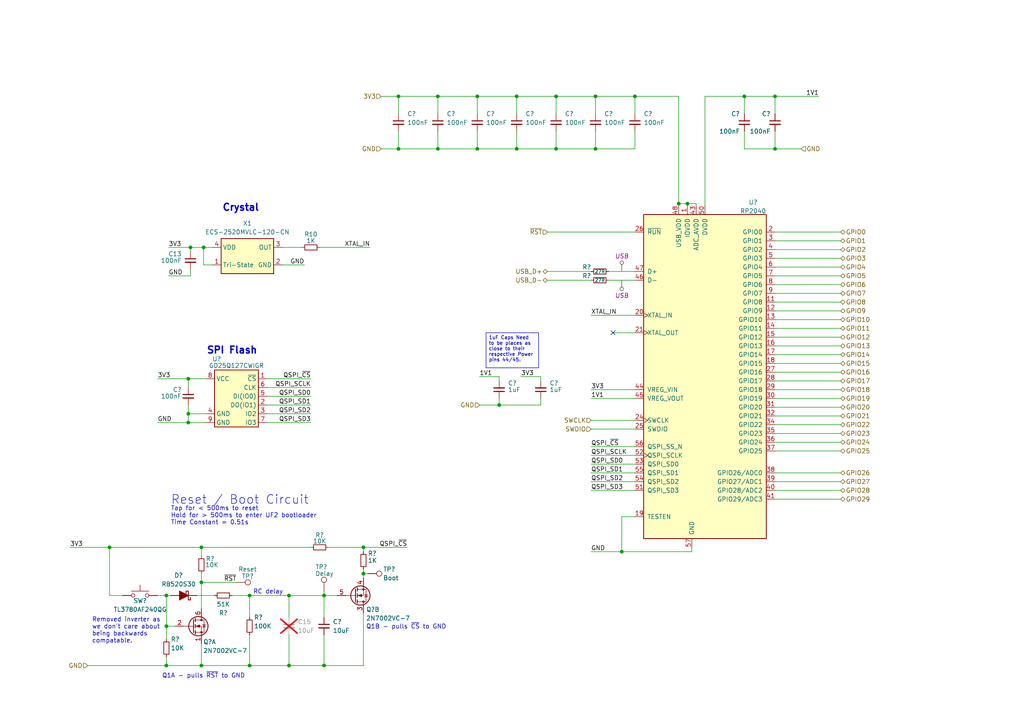
<source format=kicad_sch>
(kicad_sch (version 20231120) (generator "eeschema") (generator_version "8.0")
  (paper "A4")
  (title_block (title "RP2040") (date "2024-03-19") (rev "A") (company "MadMan"))
  (junction (at 115.57 27.94))
  (junction (at 224.79 27.94))
  (junction (at 199.39 59.055))
  (junction (at 31.75 158.75))
  (junction (at 180.34 160.02))
  (junction (at 138.43 27.94))
  (junction (at 172.72 43.18))
  (junction (at 115.57 43.18))
  (junction (at 105.41 166.37))
  (junction (at 58.42 158.75))
  (junction (at 58.42 193.04))
  (junction (at 161.29 43.18))
  (junction (at 224.79 43.18))
  (junction (at 83.82 172.72))
  (junction (at 48.26 181.61))
  (junction (at 48.26 172.72))
  (junction (at 127 27.94))
  (junction (at 48.26 193.04))
  (junction (at 149.86 43.18))
  (junction (at 215.9 27.94))
  (junction (at 105.41 158.75))
  (junction (at 72.39 172.72))
  (junction (at 54.61 120.015))
  (junction (at 58.42 168.91))
  (junction (at 54.61 122.555))
  (junction (at 83.82 193.04))
  (junction (at 138.43 43.18))
  (junction (at 54.61 109.855))
  (junction (at 196.85 59.055))
  (junction (at 127 43.18))
  (junction (at 161.29 27.94))
  (junction (at 184.15 27.94))
  (junction (at 172.72 27.94))
  (junction (at 93.98 172.72))
  (junction (at 144.78 117.475))
  (junction (at 149.86 27.94))
  (junction (at 93.98 193.04))
  (junction (at 72.39 193.04))
  (junction (at 55.245 71.755))
  (junction (at 59.055 71.755))
  (no_connect (at 177.8 96.52))
  (wire (pts (xy 81.915 71.755) (xy 87.63 71.755)))
  (wire (pts (xy 48.26 193.04) (xy 58.42 193.04)))
  (wire (pts (xy 224.79 139.7) (xy 243.84 139.7)))
  (wire (pts (xy 144.78 117.475) (xy 156.845 117.475)))
  (wire (pts (xy 171.45 121.92) (xy 184.15 121.92)))
  (wire (pts (xy 161.29 27.94) (xy 161.29 33.02)))
  (wire (pts (xy 158.75 81.28) (xy 171.45 81.28)))
  (wire (pts (xy 58.42 158.75) (xy 58.42 161.29)))
  (wire (pts (xy 83.82 179.07) (xy 83.82 172.72)))
  (wire (pts (xy 144.78 109.22) (xy 144.78 110.49)))
  (wire (pts (xy 54.61 120.015) (xy 59.69 120.015)))
  (wire (pts (xy 127 27.94) (xy 127 33.02)))
  (wire (pts (xy 224.79 82.55) (xy 243.84 82.55)))
  (wire (pts (xy 127 27.94) (xy 138.43 27.94)))
  (wire (pts (xy 215.9 27.94) (xy 224.79 27.94)))
  (wire (pts (xy 171.45 124.46) (xy 184.15 124.46)))
  (wire (pts (xy 171.45 160.02) (xy 180.34 160.02)))
  (wire (pts (xy 224.79 144.78) (xy 243.84 144.78)))
  (wire (pts (xy 55.245 80.01) (xy 55.245 78.105)))
  (wire (pts (xy 171.45 129.54) (xy 184.15 129.54)))
  (wire (pts (xy 171.45 132.08) (xy 184.15 132.08)))
  (wire (pts (xy 224.79 90.17) (xy 243.84 90.17)))
  (wire (pts (xy 172.72 43.18) (xy 184.15 43.18)))
  (wire (pts (xy 176.53 78.74) (xy 184.15 78.74)))
  (wire (pts (xy 204.47 27.94) (xy 215.9 27.94)))
  (wire (pts (xy 105.41 158.75) (xy 105.41 160.02)))
  (wire (pts (xy 31.75 172.72) (xy 35.56 172.72)))
  (wire (pts (xy 48.26 190.5) (xy 48.26 193.04)))
  (wire (pts (xy 115.57 27.94) (xy 127 27.94)))
  (wire (pts (xy 199.39 59.055) (xy 199.39 59.69)))
  (wire (pts (xy 156.845 109.22) (xy 156.845 110.49)))
  (wire (pts (xy 110.49 43.18) (xy 115.57 43.18)))
  (wire (pts (xy 58.42 186.69) (xy 58.42 193.04)))
  (wire (pts (xy 90.17 117.475) (xy 77.47 117.475)))
  (wire (pts (xy 180.34 149.86) (xy 184.15 149.86)))
  (wire (pts (xy 58.42 166.37) (xy 58.42 168.91)))
  (wire (pts (xy 224.79 102.87) (xy 243.84 102.87)))
  (wire (pts (xy 224.79 107.95) (xy 243.84 107.95)))
  (wire (pts (xy 93.98 184.15) (xy 93.98 193.04)))
  (wire (pts (xy 58.42 158.75) (xy 90.17 158.75)))
  (wire (pts (xy 224.79 80.01) (xy 243.84 80.01)))
  (wire (pts (xy 171.45 113.03) (xy 184.15 113.03)))
  (wire (pts (xy 224.79 27.94) (xy 237.49 27.94)))
  (wire (pts (xy 224.79 77.47) (xy 243.84 77.47)))
  (wire (pts (xy 224.79 43.18) (xy 215.9 43.18)))
  (wire (pts (xy 105.41 166.37) (xy 106.68 166.37)))
  (wire (pts (xy 90.17 109.855) (xy 77.47 109.855)))
  (wire (pts (xy 196.85 27.94) (xy 196.85 59.055)))
  (wire (pts (xy 201.93 59.055) (xy 201.93 59.69)))
  (wire (pts (xy 224.79 38.1) (xy 224.79 43.18)))
  (wire (pts (xy 158.75 78.74) (xy 171.45 78.74)))
  (wire (pts (xy 196.85 59.055) (xy 199.39 59.055)))
  (wire (pts (xy 199.39 59.055) (xy 201.93 59.055)))
  (wire (pts (xy 171.45 115.57) (xy 184.15 115.57)))
  (wire (pts (xy 48.895 71.755) (xy 55.245 71.755)))
  (wire (pts (xy 72.39 184.15) (xy 72.39 193.04)))
  (wire (pts (xy 55.245 73.025) (xy 55.245 71.755)))
  (wire (pts (xy 92.71 71.755) (xy 107.315 71.755)))
  (wire (pts (xy 90.17 120.015) (xy 77.47 120.015)))
  (wire (pts (xy 31.75 158.75) (xy 58.42 158.75)))
  (wire (pts (xy 224.79 113.03) (xy 243.84 113.03)))
  (wire (pts (xy 139.065 109.22) (xy 144.78 109.22)))
  (wire (pts (xy 83.82 193.04) (xy 93.98 193.04)))
  (wire (pts (xy 161.29 43.18) (xy 172.72 43.18)))
  (wire (pts (xy 224.79 137.16) (xy 243.84 137.16)))
  (wire (pts (xy 45.72 122.555) (xy 54.61 122.555)))
  (wire (pts (xy 72.39 172.72) (xy 67.31 172.72)))
  (wire (pts (xy 224.79 69.85) (xy 243.84 69.85)))
  (wire (pts (xy 31.75 158.75) (xy 31.75 172.72)))
  (wire (pts (xy 161.29 43.18) (xy 161.29 38.1)))
  (wire (pts (xy 149.86 27.94) (xy 161.29 27.94)))
  (wire (pts (xy 172.72 27.94) (xy 184.15 27.94)))
  (wire (pts (xy 180.34 160.02) (xy 200.66 160.02)))
  (wire (pts (xy 54.61 117.475) (xy 54.61 120.015)))
  (wire (pts (xy 171.45 137.16) (xy 184.15 137.16)))
  (wire (pts (xy 48.26 181.61) (xy 48.26 185.42)))
  (wire (pts (xy 149.86 27.94) (xy 149.86 33.02)))
  (wire (pts (xy 200.66 160.02) (xy 200.66 158.75)))
  (wire (pts (xy 139.065 117.475) (xy 144.78 117.475)))
  (wire (pts (xy 72.39 193.04) (xy 83.82 193.04)))
  (wire (pts (xy 149.86 38.1) (xy 149.86 43.18)))
  (wire (pts (xy 59.055 71.755) (xy 61.595 71.755)))
  (wire (pts (xy 93.98 171.45) (xy 93.98 172.72)))
  (wire (pts (xy 93.98 172.72) (xy 97.79 172.72)))
  (wire (pts (xy 93.98 172.72) (xy 93.98 179.07)))
  (wire (pts (xy 83.82 172.72) (xy 93.98 172.72)))
  (wire (pts (xy 184.15 38.1) (xy 184.15 43.18)))
  (wire (pts (xy 93.98 193.04) (xy 105.41 193.04)))
  (wire (pts (xy 48.26 181.61) (xy 50.8 181.61)))
  (wire (pts (xy 224.79 105.41) (xy 243.84 105.41)))
  (wire (pts (xy 224.79 142.24) (xy 243.84 142.24)))
  (wire (pts (xy 215.9 38.1) (xy 215.9 43.18)))
  (wire (pts (xy 115.57 27.94) (xy 115.57 33.02)))
  (wire (pts (xy 72.39 172.72) (xy 72.39 179.07)))
  (wire (pts (xy 58.42 168.91) (xy 68.58 168.91)))
  (wire (pts (xy 45.72 109.855) (xy 54.61 109.855)))
  (wire (pts (xy 224.79 97.79) (xy 243.84 97.79)))
  (wire (pts (xy 151.13 109.22) (xy 156.845 109.22)))
  (wire (pts (xy 196.85 59.055) (xy 196.85 59.69)))
  (wire (pts (xy 105.41 166.37) (xy 105.41 167.64)))
  (wire (pts (xy 224.79 67.31) (xy 243.84 67.31)))
  (wire (pts (xy 224.79 125.73) (xy 243.84 125.73)))
  (wire (pts (xy 224.79 130.81) (xy 243.84 130.81)))
  (wire (pts (xy 224.79 110.49) (xy 243.84 110.49)))
  (wire (pts (xy 224.79 72.39) (xy 243.84 72.39)))
  (wire (pts (xy 59.69 122.555) (xy 54.61 122.555)))
  (wire (pts (xy 144.78 115.57) (xy 144.78 117.475)))
  (wire (pts (xy 59.055 71.755) (xy 59.055 76.835)))
  (wire (pts (xy 224.79 95.25) (xy 243.84 95.25)))
  (wire (pts (xy 90.17 114.935) (xy 77.47 114.935)))
  (wire (pts (xy 184.15 27.94) (xy 184.15 33.02)))
  (wire (pts (xy 81.915 76.835) (xy 88.265 76.835)))
  (wire (pts (xy 55.245 71.755) (xy 59.055 71.755)))
  (wire (pts (xy 110.49 27.94) (xy 115.57 27.94)))
  (wire (pts (xy 172.72 43.18) (xy 172.72 38.1)))
  (wire (pts (xy 224.79 87.63) (xy 243.84 87.63)))
  (wire (pts (xy 224.79 120.65) (xy 243.84 120.65)))
  (wire (pts (xy 171.45 134.62) (xy 184.15 134.62)))
  (wire (pts (xy 20.32 158.75) (xy 31.75 158.75)))
  (wire (pts (xy 138.43 43.18) (xy 149.86 43.18)))
  (wire (pts (xy 90.17 112.395) (xy 77.47 112.395)))
  (wire (pts (xy 115.57 43.18) (xy 127 43.18)))
  (wire (pts (xy 138.43 27.94) (xy 138.43 33.02)))
  (wire (pts (xy 54.61 122.555) (xy 54.61 120.015)))
  (wire (pts (xy 172.72 27.94) (xy 172.72 33.02)))
  (wire (pts (xy 25.4 193.04) (xy 48.26 193.04)))
  (wire (pts (xy 57.15 172.72) (xy 62.23 172.72)))
  (wire (pts (xy 127 43.18) (xy 127 38.1)))
  (wire (pts (xy 204.47 27.94) (xy 204.47 59.69)))
  (wire (pts (xy 224.79 85.09) (xy 243.84 85.09)))
  (wire (pts (xy 224.79 118.11) (xy 243.84 118.11)))
  (wire (pts (xy 215.9 27.94) (xy 215.9 33.02)))
  (wire (pts (xy 138.43 38.1) (xy 138.43 43.18)))
  (wire (pts (xy 224.79 27.94) (xy 224.79 33.02)))
  (wire (pts (xy 48.26 172.72) (xy 48.26 181.61)))
  (wire (pts (xy 171.45 142.24) (xy 184.15 142.24)))
  (wire (pts (xy 224.79 43.18) (xy 232.41 43.18)))
  (wire (pts (xy 224.79 128.27) (xy 243.84 128.27)))
  (wire (pts (xy 105.41 165.1) (xy 105.41 166.37)))
  (wire (pts (xy 149.86 43.18) (xy 161.29 43.18)))
  (wire (pts (xy 171.45 139.7) (xy 184.15 139.7)))
  (wire (pts (xy 105.41 158.75) (xy 118.11 158.75)))
  (wire (pts (xy 90.17 122.555) (xy 77.47 122.555)))
  (wire (pts (xy 224.79 115.57) (xy 243.84 115.57)))
  (wire (pts (xy 72.39 172.72) (xy 83.82 172.72)))
  (wire (pts (xy 158.75 67.31) (xy 184.15 67.31)))
  (wire (pts (xy 115.57 38.1) (xy 115.57 43.18)))
  (wire (pts (xy 161.29 27.94) (xy 172.72 27.94)))
  (wire (pts (xy 224.79 74.93) (xy 243.84 74.93)))
  (wire (pts (xy 48.26 172.72) (xy 49.53 172.72)))
  (wire (pts (xy 180.34 160.02) (xy 180.34 149.86)))
  (wire (pts (xy 224.79 123.19) (xy 243.84 123.19)))
  (wire (pts (xy 156.845 115.57) (xy 156.845 117.475)))
  (wire (pts (xy 48.895 80.01) (xy 55.245 80.01)))
  (wire (pts (xy 59.69 109.855) (xy 54.61 109.855)))
  (wire (pts (xy 105.41 177.8) (xy 105.41 193.04)))
  (wire (pts (xy 61.595 76.835) (xy 59.055 76.835)))
  (wire (pts (xy 58.42 193.04) (xy 72.39 193.04)))
  (wire (pts (xy 127 43.18) (xy 138.43 43.18)))
  (wire (pts (xy 138.43 27.94) (xy 149.86 27.94)))
  (wire (pts (xy 184.15 27.94) (xy 196.85 27.94)))
  (wire (pts (xy 177.8 96.52) (xy 184.15 96.52)))
  (wire (pts (xy 58.42 168.91) (xy 58.42 176.53)))
  (wire (pts (xy 54.61 109.855) (xy 54.61 112.395)))
  (wire (pts (xy 171.45 91.44) (xy 184.15 91.44)))
  (wire (pts (xy 83.82 184.15) (xy 83.82 193.04)))
  (wire (pts (xy 176.53 81.28) (xy 184.15 81.28)))
  (wire (pts (xy 224.79 100.33) (xy 243.84 100.33)))
  (wire (pts (xy 224.79 92.71) (xy 243.84 92.71)))
  (wire (pts (xy 45.72 172.72) (xy 48.26 172.72)))
  (wire (pts (xy 95.25 158.75) (xy 105.41 158.75)))
  (text_box "1uF Caps Need to be places as close to their respective Power pins 44/45." (at 140.97 96.52 0) (size 15.24 10.16) (effects (font (size 1 1)) (justify left top)))
  (text "Q1B - pulls ~{CS} to GND" (at 106.172 182.626 0) (effects (font (size 1.27 1.27)) (justify left bottom)))
  (text "Removed inverter as\nwe don't care about \nbeing backwards \ncompatable." (at 26.67 186.69 0) (effects (font (size 1.27 1.27)) (justify left bottom)))
  (text "Reset / Boot Circuit" (at 49.53 146.558 0) (effects (font (size 2.54 2.54)) (justify left bottom)))
  (text "Crystal" (at 69.85 60.325 0) (effects (font (size 2 2) (thickness 0.4) (bold yes))))
  (text "Tap for < 500ms to reset\nHold for > 500ms to enter UF2 bootloader\nTime Constant = 0.51s" (at 49.53 152.4 0) (effects (font (size 1.27 1.27)) (justify left bottom)))
  (text "Q1A - pulls ~{RST} to GND" (at 46.99 196.85 0) (effects (font (size 1.27 1.27)) (justify left bottom)))
  (text "SPI Flash" (at 67.31 101.727 0) (effects (font (size 2 2) (thickness 0.4) (bold yes))))
  (text "RC delay" (at 73.406 172.466 0) (effects (font (size 1.27 1.27)) (justify left bottom)))
  (label "QSPI_SCLK" (at 171.45 132.08 0))
  (label "XTAL_IN" (at 171.45 91.44 0))
  (label "QSPI_SD3" (at 90.17 122.555 180))
  (label "QSPI_SCLK" (at 90.17 112.395 180))
  (label "1V1" (at 171.45 115.57 0))
  (label "QSPI_SD2" (at 90.17 120.015 180))
  (label "QSPI_~{CS}" (at 90.17 109.855 180))
  (label "QSPI_SD3" (at 171.45 142.24 0))
  (label "3V3" (at 45.72 109.855 0))
  (label "QSPI_~{CS}" (at 171.45 129.54 0))
  (label "GND" (at 45.72 122.555 0))
  (label "1V1" (at 139.065 109.22 0))
  (label "~{RST}" (at 68.58 168.91 180))
  (label "XTAL_IN" (at 107.315 71.755 180))
  (label "GND" (at 48.895 80.01 0))
  (label "GND" (at 88.265 76.835 180))
  (label "3V3" (at 171.45 113.03 0))
  (label "QSPI_SD2" (at 171.45 139.7 0))
  (label "QSPI_~{CS}" (at 118.11 158.75 180))
  (label "QSPI_SD0" (at 171.45 134.62 0))
  (label "QSPI_SD1" (at 90.17 117.475 180))
  (label "QSPI_SD0" (at 90.17 114.935 180))
  (label "QSPI_SD1" (at 171.45 137.16 0))
  (label "GND" (at 171.45 160.02 0))
  (label "3V3" (at 48.895 71.755 0))
  (label "3V3" (at 151.13 109.22 0))
  (label "3V3" (at 20.32 158.75 0))
  (label "1V1" (at 237.49 27.94 180))
  (hierarchical_label "GPIO16" (shape bidirectional) (at 243.84 107.95 0))
  (hierarchical_label "GPIO4" (shape bidirectional) (at 243.84 77.47 0))
  (hierarchical_label "GPIO15" (shape bidirectional) (at 243.84 105.41 0))
  (hierarchical_label "GPIO17" (shape bidirectional) (at 243.84 110.49 0))
  (hierarchical_label "GPIO10" (shape bidirectional) (at 243.84 92.71 0))
  (hierarchical_label "GPIO19" (shape bidirectional) (at 243.84 115.57 0))
  (hierarchical_label "GPIO23" (shape bidirectional) (at 243.84 125.73 0))
  (hierarchical_label "GND" (shape input) (at 232.41 43.18 0))
  (hierarchical_label "GPIO27" (shape bidirectional) (at 243.84 139.7 0))
  (hierarchical_label "GPIO7" (shape bidirectional) (at 243.84 85.09 0))
  (hierarchical_label "GPIO3" (shape bidirectional) (at 243.84 74.93 0))
  (hierarchical_label "GPIO5" (shape bidirectional) (at 243.84 80.01 0))
  (hierarchical_label "GND" (shape input) (at 139.065 117.475 180))
  (hierarchical_label "GND" (shape input) (at 110.49 43.18 180))
  (hierarchical_label "GPIO18" (shape bidirectional) (at 243.84 113.03 0))
  (hierarchical_label "GPIO14" (shape bidirectional) (at 243.84 102.87 0))
  (hierarchical_label "GPIO12" (shape bidirectional) (at 243.84 97.79 0))
  (hierarchical_label "SWCLK" (shape input) (at 171.45 121.92 180))
  (hierarchical_label "GPIO13" (shape bidirectional) (at 243.84 100.33 0))
  (hierarchical_label "GPIO8" (shape bidirectional) (at 243.84 87.63 0))
  (hierarchical_label "GPIO26" (shape bidirectional) (at 243.84 137.16 0))
  (hierarchical_label "GPIO1" (shape bidirectional) (at 243.84 69.85 0))
  (hierarchical_label "GPIO0" (shape bidirectional) (at 243.84 67.31 0))
  (hierarchical_label "SWDIO" (shape input) (at 171.45 124.46 180))
  (hierarchical_label "GPIO25" (shape bidirectional) (at 243.84 130.81 0))
  (hierarchical_label "GND" (shape input) (at 25.4 193.04 180))
  (hierarchical_label "GPIO9" (shape bidirectional) (at 243.84 90.17 0))
  (hierarchical_label "GPIO11" (shape bidirectional) (at 243.84 95.25 0))
  (hierarchical_label "GPIO29" (shape bidirectional) (at 243.84 144.78 0))
  (hierarchical_label "GPIO6" (shape bidirectional) (at 243.84 82.55 0))
  (hierarchical_label "GPIO20" (shape bidirectional) (at 243.84 118.11 0))
  (hierarchical_label "GPIO21" (shape bidirectional) (at 243.84 120.65 0))
  (hierarchical_label "USB_D+" (shape bidirectional) (at 158.75 78.74 180))
  (hierarchical_label "GPIO24" (shape bidirectional) (at 243.84 128.27 0))
  (hierarchical_label "GPIO2" (shape bidirectional) (at 243.84 72.39 0))
  (hierarchical_label "GPIO28" (shape bidirectional) (at 243.84 142.24 0))
  (hierarchical_label "GPIO22" (shape bidirectional) (at 243.84 123.19 0))
  (hierarchical_label "3V3" (shape input) (at 110.49 27.94 180))
  (hierarchical_label "~{RST}" (shape input) (at 158.75 67.31 180))
  (hierarchical_label "USB_D-" (shape bidirectional) (at 158.75 81.28 180))
  (netclass_flag "" (length 2.54) (shape round) (at 180.34 78.74 0) (property "Netclass" "USB" (at 180.34 74.295 0) (effects (font (italic yes)))))
  (netclass_flag "" (length 2.54) (shape round) (at 180.34 81.28 180) (property "Netclass" "USB" (at 180.34 85.725 0) (effects (font (italic yes)))))
  (symbol (lib_id "Connector:TestPoint") (at 93.98 171.45 0) (unit 1) (in_bom no)
    (property "Reference" "TP?" (at 91.44 164.465 0) (effects (justify left)))
    (property "Value" "Delay" (at 91.44 166.37 0) (effects (justify left)))
    (property "Footprint" "TestPoint:TestPoint_Pad_D1.0mm" (effects (hide yes)))
    (instances (project "Controller_RP2040" (path "" (reference "TP?") (unit 1))) (project "CrumbCatcherLight" (path "" (reference "TP2") (unit 1))))
  )
  (symbol (lib_id "Device:C_Small") (at 149.86 35.56 0) (mirror y) (unit 1)
    (property "Reference" "C?" (at 152.4 33.02 0) (effects (justify right)))
    (property "Value" "100nF" (at 152.4 35.56 0) (effects (justify right)))
    (property "Footprint" "Capacitor_SMD:C_0402_1005Metric" (effects (hide yes)))
    (property "Datasheet" "https://www.yageo.com/upload/media/product/productsearch/datasheet/mlcc/UPY-GPHC_X7R_6.3V-to-250V_24.pdf" (effects (hide yes)))
    (property "Description" "0.1 µF ±10% 25V Ceramic Capacitor X7R 0402 (1005 Metric)" (effects (hide yes)))
    (property "MPN" "CC0402KPX7R9BB104" (effects (hide yes)))
    (property "Manufacturer" "YAGEO" (effects (hide yes)))
    (property "Price" "$0.17" (effects (hide yes)))
    (property "Rating" "CAP 0402 50V 100 NF X7R" (effects (hide yes)))
    (property "Supplier" "Digikey" (effects (hide yes)))
    (property "Supplier PN" "13-CC0402KPX7R9BB104CT-ND" (effects (hide yes)))
    (instances (project "Controller_RP2040" (path "" (reference "C?") (unit 1))) (project "CrumbCatcherLight" (path "" (reference "C14") (unit 1))))
  )
  (symbol (lib_name "FDG6335N_1") (lib_id "Transistor_FET:FDG6335N") (at 102.87 172.72 0) (mirror x) (unit 2)
    (property "Reference" "Q?" (at 106.172 176.784 0) (effects (justify left)))
    (property "Value" "2N7002VC-7" (at 106.172 179.324 0) (effects (justify left)))
    (property "Footprint" "Package_TO_SOT_SMD:SOT-363_SC-70-6" (effects (hide yes)))
    (property "Datasheet" "https://www.diodes.com/assets/Datasheets/ds30639.pdf" (effects (hide yes)))
    (property "Description" "Mosfet Array 60V 280mA 150mW Surface Mount SOT-563" (effects (hide yes)))
    (property "Price" "$0.64 " (effects (hide yes)))
    (property "Rating" "MOSFET 2N-CH 60V 0.28A SOT563" (effects (hide yes)))
    (property "Supplier" "Digikey" (effects (hide yes)))
    (property "Supplier PN" "2N7002VC-7DICT-ND" (effects (hide yes)))
    (property "Manufacturer" "Diodes Incorporated" (effects (hide yes)))
    (property "MPN" "2N7002VC-7" (effects (hide yes)))
    (instances (project "Controller_RP2040" (path "" (reference "Q?") (unit 2))) (project "CrumbCatcherLight" (path "" (reference "Q1") (unit 2))))
  )
  (symbol (lib_id "Device:R_Small") (at 58.42 163.83 180) (unit 1)
    (property "Reference" "R?" (at 60.96 162.052 0))
    (property "Value" "10K" (at 61.468 163.83 0))
    (property "Footprint" "Resistor_SMD:R_0402_1005Metric" (effects (hide yes)))
    (property "Datasheet" "https://www.yageo.com/upload/media/product/products/datasheet/rchip/PYu-RC_Group_51_RoHS_L_12.pdf" (effects (hide yes)))
    (property "Description" "10 kOhms ±1% 0.063W, 1/16W Chip Resistor 0402 (1005 Metric) Moisture Resistant Thick Film" (effects (hide yes)))
    (property "Price" "$0.16 " (effects (hide yes)))
    (property "Rating" "RES 10K OHM 1% 1/16W 0402" (effects (hide yes)))
    (property "Supplier" "Digikey" (effects (hide yes)))
    (property "Supplier PN" "311-10.0KLRCT-ND" (effects (hide yes)))
    (property "Manufacturer" "YAGEO" (effects (hide yes)))
    (property "MPN" "RC0402FR-0710KL" (effects (hide yes)))
    (instances (project "Controller_RP2040" (path "" (reference "R?") (unit 1))) (project "CrumbCatcherLight" (path "" (reference "R6") (unit 1))))
  )
  (symbol (lib_id "Mad_Symbols:RP2040") (at 204.47 110.49 0) (unit 1)
    (property "Reference" "U?" (at 218.44 58.674 0))
    (property "Value" "RP2040" (at 218.44 61.214 0))
    (property "Footprint" "Package_DFN_QFN:QFN-56-1EP_7x7mm_P0.4mm_EP3.2x3.2mm" (effects (hide yes)))
    (property "Datasheet" "https://datasheets.raspberrypi.com/rp2040/rp2040-datasheet.pdf" (effects (hide yes)))
    (property "Description" "ARM® Cortex®-M0+ - Microcontroller IC 32-Bit Dual-Core 133MHz External Program Memory 56-QFN (7x7)" (effects (hide yes)))
    (property "Price" "$1.11 " (effects (hide yes)))
    (property "Rating" "IC MCU 32BIT EXT MEM 56QFN" (effects (hide yes)))
    (property "Supplier" "Digikey" (effects (hide yes)))
    (property "Supplier PN" "2648-SC0914(13)CT-ND" (effects (hide yes)))
    (property "Manufacturer" "Raspberry Pi" (effects (hide yes)))
    (property "MPN" "SC0914(13)" (effects (hide yes)))
    (instances (project "Controller_RP2040" (path "" (reference "U?") (unit 1))) (project "CrumbCatcherLight" (path "" (reference "U5") (unit 1))))
  )
  (symbol (lib_id "Device:R_Small") (at 48.26 187.96 180) (unit 1)
    (property "Reference" "R?" (at 49.53 185.42 0) (effects (justify right)))
    (property "Value" "10K" (at 49.53 187.96 0) (effects (justify right)))
    (property "Footprint" "Resistor_SMD:R_0402_1005Metric" (effects (hide yes)))
    (property "Datasheet" "https://www.yageo.com/upload/media/product/products/datasheet/rchip/PYu-RC_Group_51_RoHS_L_12.pdf" (effects (hide yes)))
    (property "Description" "10 kOhms ±1% 0.063W, 1/16W Chip Resistor 0402 (1005 Metric) Moisture Resistant Thick Film" (effects (hide yes)))
    (property "Price" "$0.16 " (effects (hide yes)))
    (property "Rating" "RES 10K OHM 1% 1/16W 0402" (effects (hide yes)))
    (property "Supplier" "Digikey" (effects (hide yes)))
    (property "Supplier PN" "311-10.0KLRCT-ND" (effects (hide yes)))
    (property "Manufacturer" "YAGEO" (effects (hide yes)))
    (property "MPN" "RC0402FR-0710KL" (effects (hide yes)))
    (instances (project "Controller_RP2040" (path "" (reference "R?") (unit 1))) (project "CrumbCatcherLight" (path "" (reference "R5") (unit 1))))
  )
  (symbol (lib_id "Device:C_Small") (at 93.98 181.61 0) (unit 1)
    (property "Reference" "C?" (at 96.52 180.3462 0) (effects (justify left)))
    (property "Value" "10uF" (at 96.52 182.8862 0) (effects (justify left)))
    (property "Footprint" "Capacitor_SMD:C_0805_2012Metric" (effects (hide yes)))
    (property "Datasheet" "https://www.yageo.com/upload/media/product/app/datasheet/mlcc/upy-gphc_x5r_4v-to-50v.pdf" (effects (hide yes)))
    (property "Description" "10 µF ±10% 25V Ceramic Capacitor X5R 0805 (2012 Metric)" (effects (hide yes)))
    (property "Price" "$0.47" (effects (hide yes)))
    (property "Rating" "CAP CER 10UF 25V X5R 0805" (effects (hide yes)))
    (property "Supplier" "Digikey" (effects (hide yes)))
    (property "Supplier PN" "311-1869-1-ND" (effects (hide yes)))
    (property "Manufacturer" "YAGEO" (effects (hide yes)))
    (property "MPN" "CC0805KKX5R8BB106" (effects (hide yes)))
    (instances (project "Controller_RP2040" (path "" (reference "C?") (unit 1))) (project "CrumbCatcherLight" (path "" (reference "C9") (unit 1))))
  )
  (symbol (lib_id "Device:C_Small") (at 115.57 35.56 0) (mirror y) (unit 1)
    (property "Reference" "C?" (at 118.11 33.02 0) (effects (justify right)))
    (property "Value" "100nF" (at 118.11 35.56 0) (effects (justify right)))
    (property "Footprint" "Capacitor_SMD:C_0402_1005Metric" (effects (hide yes)))
    (property "Datasheet" "https://www.yageo.com/upload/media/product/productsearch/datasheet/mlcc/UPY-GPHC_X7R_6.3V-to-250V_24.pdf" (effects (hide yes)))
    (property "Description" "0.1 µF ±10% 25V Ceramic Capacitor X7R 0402 (1005 Metric)" (effects (hide yes)))
    (property "Price" "$0.17" (effects (hide yes)))
    (property "Rating" "CAP 0402 50V 100 NF X7R" (effects (hide yes)))
    (property "Supplier" "Digikey" (effects (hide yes)))
    (property "Supplier PN" "13-CC0402KPX7R9BB104CT-ND" (effects (hide yes)))
    (property "Manufacturer" "YAGEO" (effects (hide yes)))
    (property "MPN" "CC0402KPX7R9BB104" (effects (hide yes)))
    (instances (project "Controller_RP2040" (path "" (reference "C?") (unit 1))) (project "CrumbCatcherLight" (path "" (reference "C10") (unit 1))))
  )
  (symbol (lib_id "Mad_Symbols:ECS-2520MV-xxx-xx") (at 71.755 74.295 0) (unit 1)
    (property "Reference" "X1" (at 71.755 64.77 0))
    (property "Value" "ECS-2520MVLC-120-CN" (at 71.755 67.31 0))
    (property "Footprint" "Mad_Footprints:Crystal_SMD_ECX-32-4Pin_3.2x2.5mm" (effects (hide yes)))
    (property "Datasheet" "https://www.ecsxtal.com/store/pdf/ECS-2520MV.pdf" (effects (hide yes)))
    (property "Description" "12 MHz XO (Standard) CMOS Oscillator 1.6V ~ 3.6V Enable/Disable 4-SMD, No Lead" (effects (hide yes)))
    (property "Price" "$1.99" (effects (hide yes)))
    (property "Rating" "XTAL OSC XO 12.0000MHZ CMOS SMD" (effects (hide yes)))
    (property "Supplier" "Digikey" (effects (hide yes)))
    (property "Supplier PN" "50-ECS-2520MVLC-120-CN-TRCT-ND" (effects (hide yes)))
    (property "Manufacturer" "ECS Inc." (effects (hide yes)))
    (property "MPN" "ECS-2520MVLC-120-CN-TR" (effects (hide yes)))
  )
  (symbol (lib_id "Device:C_Small") (at 144.78 113.03 0) (mirror x) (unit 1)
    (property "Reference" "C?" (at 147.32 111.125 0) (effects (justify left)))
    (property "Value" "1uF" (at 147.32 113.03 0) (effects (justify left)))
    (property "Footprint" "Capacitor_SMD:C_0603_1608Metric" (effects (hide yes)))
    (property "Datasheet" "https://www.yageo.com/upload/media/product/app/datasheet/mlcc/upy-gphc_x5r_4v-to-50v.pdf" (effects (hide yes)))
    (property "Description" "0.1 µF ±10% 25V Ceramic Capacitor X7R 0402 (1005 Metric)" (effects (hide yes)))
    (property "MPN" "CC0603KRX5R8BB105" (effects (hide yes)))
    (property "Manufacturer" "YAGEO" (effects (hide yes)))
    (property "Price" "$0.16" (effects (hide yes)))
    (property "Rating" "CAP CER 1UF 25V X5R 0603" (effects (hide yes)))
    (property "Supplier" "Digikey" (effects (hide yes)))
    (property "Supplier PN" "311-1445-1-ND" (effects (hide yes)))
    (instances (project "Controller_RP2040" (path "" (reference "C?") (unit 1))) (project "CrumbCatcherLight" (path "" (reference "C13") (unit 1))))
  )
  (symbol (lib_id "Device:C_Small") (at 127 35.56 0) (mirror y) (unit 1)
    (property "Reference" "C?" (at 129.54 33.02 0) (effects (justify right)))
    (property "Value" "100nF" (at 129.54 35.56 0) (effects (justify right)))
    (property "Footprint" "Capacitor_SMD:C_0402_1005Metric" (effects (hide yes)))
    (property "Datasheet" "https://www.yageo.com/upload/media/product/productsearch/datasheet/mlcc/UPY-GPHC_X7R_6.3V-to-250V_24.pdf" (effects (hide yes)))
    (property "Description" "0.1 µF ±10% 25V Ceramic Capacitor X7R 0402 (1005 Metric)" (effects (hide yes)))
    (property "MPN" "CC0402KPX7R9BB104" (effects (hide yes)))
    (property "Manufacturer" "YAGEO" (effects (hide yes)))
    (property "Price" "$0.17" (effects (hide yes)))
    (property "Rating" "CAP 0402 50V 100 NF X7R" (effects (hide yes)))
    (property "Supplier" "Digikey" (effects (hide yes)))
    (property "Supplier PN" "13-CC0402KPX7R9BB104CT-ND" (effects (hide yes)))
    (instances (project "Controller_RP2040" (path "" (reference "C?") (unit 1))) (project "CrumbCatcherLight" (path "" (reference "C11") (unit 1))))
  )
  (symbol (lib_id "Mad_Symbols:W25Q128JVSIQ") (at 64.77 114.935 0) (mirror y) (unit 1)
    (property "Reference" "U?" (at 62.865 104.14 0))
    (property "Value" "GD25Q127CWIGR" (at 68.58 106.045 0))
    (property "Footprint" "Mad_Footprints:GD25LQ128DYIGR" (effects (hide yes)))
    (property "Datasheet" "https://www.gigadevice.com.cn/Public/Uploads/uploadfile/files/20220714/DS-00291-GD25LQ128D-Rev1.9.pdf" (effects (hide yes)))
    (property "Description" "FLASH - NOR Memory IC 128Mbit SPI - Quad I/O 104 MHz 8-WSON (5x6)" (effects (hide yes)))
    (property "Manufacturer" "GigaDevice Semiconductor (HK) Limited" (effects (hide yes)))
    (property "Price" "$3.48 " (effects (hide yes)))
    (property "Rating" "IC FLASH 128MBIT SPI/QUAD 8WSON" (effects (hide yes)))
    (property "Supplier" "Digikey" (effects (hide yes)))
    (property "Supplier PN" "1970-1048-1-ND" (effects (hide yes)))
    (property "MPN" "GD25Q127CWIGR" (effects (hide yes)))
    (instances (project "Controller_RP2040" (path "" (reference "U?") (unit 1))) (project "CrumbCatcherLight" (path "" (reference "U4") (unit 1))))
  )
  (symbol (lib_id "Connector:TestPoint") (at 106.68 166.37 270) (unit 1) (in_bom no)
    (property "Reference" "TP?" (at 111.125 165.1 90) (effects (justify left)))
    (property "Value" "Boot" (at 111.125 167.64 90) (effects (justify left)))
    (property "Footprint" "TestPoint:TestPoint_Pad_D1.0mm" (effects (hide yes)))
    (instances (project "Controller_RP2040" (path "" (reference "TP?") (unit 1))) (project "CrumbCatcherLight" (path "" (reference "TP3") (unit 1))))
  )
  (symbol (lib_id "Device:C_Small") (at 54.61 114.935 0) (mirror y) (unit 1)
    (property "Reference" "C?" (at 52.705 113.03 0) (effects (justify left)))
    (property "Value" "100nF" (at 52.705 114.935 0) (effects (justify left)))
    (property "Footprint" "Capacitor_SMD:C_0402_1005Metric" (effects (hide yes)))
    (property "Datasheet" "https://www.yageo.com/upload/media/product/productsearch/datasheet/mlcc/UPY-GPHC_X7R_6.3V-to-250V_24.pdf" (effects (hide yes)))
    (property "Description" "0.1 µF ±10% 25V Ceramic Capacitor X7R 0402 (1005 Metric)" (effects (hide yes)))
    (property "MPN" "CC0402KPX7R9BB104" (effects (hide yes)))
    (property "Manufacturer" "YAGEO" (effects (hide yes)))
    (property "Price" "$0.17" (effects (hide yes)))
    (property "Rating" "CAP 0402 50V 100 NF X7R" (effects (hide yes)))
    (property "Supplier" "Digikey" (effects (hide yes)))
    (property "Supplier PN" "13-CC0402KPX7R9BB104CT-ND" (effects (hide yes)))
    (instances (project "Controller_RP2040" (path "" (reference "C?") (unit 1))) (project "CrumbCatcherLight" (path "" (reference "C6") (unit 1))))
  )
  (symbol (lib_id "PCM_Diode_Schottky_AKL:RB520S30") (at 53.34 172.72 0) (unit 1)
    (property "Reference" "D?" (at 51.816 166.878 0))
    (property "Value" "RB520S30" (at 51.816 169.418 0))
    (property "Footprint" "Diode_SMD:D_SOD-523" (effects (hide yes)))
    (property "Datasheet" "https://www.onsemi.com/pdf/datasheet/rb520s30t1-d.pdf" (effects (hide yes)))
    (property "Description" "Diode 30 V 200mA Surface Mount SOD-523" (effects (hide yes)))
    (property "Price" "$0.21 " (effects (hide yes)))
    (property "Rating" "DIODE SCHOTTKY 30V 200MA SOD523" (effects (hide yes)))
    (property "Supplier" "Digikey" (effects (hide yes)))
    (property "Supplier PN" "RB520S30T5GOSCT-ND" (effects (hide yes)))
    (property "Manufacturer" "onsemi" (effects (hide yes)))
    (property "MPN" "RB520S30T5G" (effects (hide yes)))
    (instances (project "Controller_RP2040" (path "" (reference "D?") (unit 1))) (project "CrumbCatcherLight" (path "" (reference "D17") (unit 1))))
  )
  (symbol (lib_id "Device:C_Small") (at 161.29 35.56 0) (mirror y) (unit 1)
    (property "Reference" "C?" (at 163.83 33.02 0) (effects (justify right)))
    (property "Value" "100nF" (at 163.83 35.56 0) (effects (justify right)))
    (property "Footprint" "Capacitor_SMD:C_0402_1005Metric" (effects (hide yes)))
    (property "Datasheet" "https://www.yageo.com/upload/media/product/productsearch/datasheet/mlcc/UPY-GPHC_X7R_6.3V-to-250V_24.pdf" (effects (hide yes)))
    (property "Description" "0.1 µF ±10% 25V Ceramic Capacitor X7R 0402 (1005 Metric)" (effects (hide yes)))
    (property "MPN" "CC0402KPX7R9BB104" (effects (hide yes)))
    (property "Manufacturer" "YAGEO" (effects (hide yes)))
    (property "Price" "$0.17" (effects (hide yes)))
    (property "Rating" "CAP 0402 50V 100 NF X7R" (effects (hide yes)))
    (property "Supplier" "Digikey" (effects (hide yes)))
    (property "Supplier PN" "13-CC0402KPX7R9BB104CT-ND" (effects (hide yes)))
    (instances (project "Controller_RP2040" (path "" (reference "C?") (unit 1))) (project "CrumbCatcherLight" (path "" (reference "C16") (unit 1))))
  )
  (symbol (lib_name "FDG6335N_1") (lib_id "Transistor_FET:FDG6335N") (at 55.88 181.61 0) (unit 1)
    (property "Reference" "Q?" (at 58.928 186.182 0) (effects (justify left)))
    (property "Value" "2N7002VC-7" (at 58.928 188.722 0) (effects (justify left)))
    (property "Footprint" "Package_TO_SOT_SMD:SOT-363_SC-70-6" (effects (hide yes)))
    (property "Datasheet" "https://www.diodes.com/assets/Datasheets/ds30639.pdf" (effects (hide yes)))
    (property "Description" "Mosfet Array 60V 280mA 150mW Surface Mount SOT-563" (effects (hide yes)))
    (property "MPN" "2N7002VC-7" (effects (hide yes)))
    (property "Manufacturer" "Diodes Incorporated" (effects (hide yes)))
    (property "Price" "$0.64 " (effects (hide yes)))
    (property "Rating" "MOSFET 2N-CH 60V 0.28A SOT563" (effects (hide yes)))
    (property "Supplier" "Digikey" (effects (hide yes)))
    (property "Supplier PN" "2N7002VC-7DICT-ND" (effects (hide yes)))
    (instances (project "Controller_RP2040" (path "" (reference "Q?") (unit 1))) (project "CrumbCatcherLight" (path "" (reference "Q1") (unit 1))))
  )
  (symbol (lib_id "Device:R_Small") (at 72.39 181.61 180) (unit 1)
    (property "Reference" "R?" (at 73.66 179.07 0) (effects (justify right)))
    (property "Value" "100K" (at 73.66 181.61 0) (effects (justify right)))
    (property "Footprint" "Resistor_SMD:R_0402_1005Metric" (effects (hide yes)))
    (property "Datasheet" "https://www.yageo.com/upload/media/product/products/datasheet/rchip/PYu-RC_Group_51_RoHS_L_12.pdf" (effects (hide yes)))
    (property "Description" "100 kOhms ±1% 0.063W, 1/16W Chip Resistor 0402 (1005 Metric) Moisture Resistant Thick Film" (effects (hide yes)))
    (property "Price" "$0.16 " (effects (hide yes)))
    (property "Rating" "RES 100K OHM 1% 1/16W 0402" (effects (hide yes)))
    (property "Supplier" "Digikey" (effects (hide yes)))
    (property "Supplier PN" "311-100KLRCT-ND" (effects (hide yes)))
    (property "Manufacturer" "YAGEO" (effects (hide yes)))
    (property "MPN" "RC0402FR-07100KL" (effects (hide yes)))
    (instances (project "Controller_RP2040" (path "" (reference "R?") (unit 1))) (project "CrumbCatcherLight" (path "" (reference "R8") (unit 1))))
  )
  (symbol (lib_id "Device:C_Small") (at 55.245 75.565 0) (unit 1)
    (property "Reference" "C13" (at 52.705 73.66 0) (effects (justify right)))
    (property "Value" "100nF" (at 52.705 75.565 0) (effects (justify right)))
    (property "Footprint" "Capacitor_SMD:C_0402_1005Metric" (effects (hide yes)))
    (property "Datasheet" "https://www.yageo.com/upload/media/product/productsearch/datasheet/mlcc/UPY-GPHC_X7R_6.3V-to-250V_24.pdf" (effects (hide yes)))
    (property "Description" "0.1 µF ±10% 25V Ceramic Capacitor X7R 0402 (1005 Metric)" (effects (hide yes)))
    (property "Price" "$0.17" (effects (hide yes)))
    (property "Rating" "CAP 0402 50V 100 NF X7R" (effects (hide yes)))
    (property "Supplier" "Digikey" (effects (hide yes)))
    (property "Supplier PN" "13-CC0402KPX7R9BB104CT-ND" (effects (hide yes)))
    (property "Manufacturer" "YAGEO" (effects (hide yes)))
    (property "MPN" "CC0402KPX7R9BB104" (effects (hide yes)))
    (instances (project "Controller_RP2040" (path "" (reference "C13") (unit 1))) (project "CrumbCatcherLight" (path "" (reference "C7") (unit 1))))
  )
  (symbol (lib_id "Device:C_Small") (at 172.72 35.56 0) (mirror y) (unit 1)
    (property "Reference" "C?" (at 175.26 33.02 0) (effects (justify right)))
    (property "Value" "100nF" (at 175.26 35.56 0) (effects (justify right)))
    (property "Footprint" "Capacitor_SMD:C_0402_1005Metric" (effects (hide yes)))
    (property "Datasheet" "https://www.yageo.com/upload/media/product/productsearch/datasheet/mlcc/UPY-GPHC_X7R_6.3V-to-250V_24.pdf" (effects (hide yes)))
    (property "Description" "0.1 µF ±10% 25V Ceramic Capacitor X7R 0402 (1005 Metric)" (effects (hide yes)))
    (property "MPN" "CC0402KPX7R9BB104" (effects (hide yes)))
    (property "Manufacturer" "YAGEO" (effects (hide yes)))
    (property "Price" "$0.17" (effects (hide yes)))
    (property "Rating" "CAP 0402 50V 100 NF X7R" (effects (hide yes)))
    (property "Supplier" "Digikey" (effects (hide yes)))
    (property "Supplier PN" "13-CC0402KPX7R9BB104CT-ND" (effects (hide yes)))
    (instances (project "Controller_RP2040" (path "" (reference "C?") (unit 1))) (project "CrumbCatcherLight" (path "" (reference "C17") (unit 1))))
  )
  (symbol (lib_id "Device:C_Small") (at 138.43 35.56 0) (mirror y) (unit 1)
    (property "Reference" "C?" (at 140.97 33.02 0) (effects (justify right)))
    (property "Value" "100nF" (at 140.97 35.56 0) (effects (justify right)))
    (property "Footprint" "Capacitor_SMD:C_0402_1005Metric" (effects (hide yes)))
    (property "Datasheet" "https://www.yageo.com/upload/media/product/productsearch/datasheet/mlcc/UPY-GPHC_X7R_6.3V-to-250V_24.pdf" (effects (hide yes)))
    (property "Description" "0.1 µF ±10% 25V Ceramic Capacitor X7R 0402 (1005 Metric)" (effects (hide yes)))
    (property "MPN" "CC0402KPX7R9BB104" (effects (hide yes)))
    (property "Manufacturer" "YAGEO" (effects (hide yes)))
    (property "Price" "$0.17" (effects (hide yes)))
    (property "Rating" "CAP 0402 50V 100 NF X7R" (effects (hide yes)))
    (property "Supplier" "Digikey" (effects (hide yes)))
    (property "Supplier PN" "13-CC0402KPX7R9BB104CT-ND" (effects (hide yes)))
    (instances (project "Controller_RP2040" (path "" (reference "C?") (unit 1))) (project "CrumbCatcherLight" (path "" (reference "C12") (unit 1))))
  )
  (symbol (lib_id "Device:C_Small") (at 156.845 113.03 0) (mirror x) (unit 1)
    (property "Reference" "C?" (at 159.385 111.125 0) (effects (justify left)))
    (property "Value" "1uF" (at 159.385 113.03 0) (effects (justify left)))
    (property "Footprint" "Capacitor_SMD:C_0603_1608Metric" (effects (hide yes)))
    (property "Datasheet" "https://www.yageo.com/upload/media/product/app/datasheet/mlcc/upy-gphc_x5r_4v-to-50v.pdf" (effects (hide yes)))
    (property "Description" "0.1 µF ±10% 25V Ceramic Capacitor X7R 0402 (1005 Metric)" (effects (hide yes)))
    (property "MPN" "CC0603KRX5R8BB105" (effects (hide yes)))
    (property "Manufacturer" "YAGEO" (effects (hide yes)))
    (property "Price" "$0.16" (effects (hide yes)))
    (property "Rating" "CAP CER 1UF 25V X5R 0603" (effects (hide yes)))
    (property "Supplier" "Digikey" (effects (hide yes)))
    (property "Supplier PN" "311-1445-1-ND" (effects (hide yes)))
    (instances (project "Controller_RP2040" (path "" (reference "C?") (unit 1))) (project "CrumbCatcherLight" (path "" (reference "C15") (unit 1))))
  )
  (symbol (lib_id "Connector:TestPoint") (at 68.58 168.91 270) (unit 1) (in_bom no)
    (property "Reference" "TP?" (at 70.104 167.132 90) (effects (justify left)))
    (property "Value" "Reset" (at 69.088 165.1 90) (effects (justify left)))
    (property "Footprint" "TestPoint:TestPoint_Pad_D1.0mm" (effects (hide yes)))
    (instances (project "Controller_RP2040" (path "" (reference "TP?") (unit 1))) (project "CrumbCatcherLight" (path "" (reference "TP1") (unit 1))))
  )
  (symbol (lib_id "Device:R_Small") (at 105.41 162.56 180) (unit 1)
    (property "Reference" "R?" (at 106.68 160.528 0) (effects (justify right)))
    (property "Value" "1K" (at 106.68 162.56 0) (effects (justify right)))
    (property "Footprint" "Resistor_SMD:R_0402_1005Metric" (effects (hide yes)))
    (property "Datasheet" "https://www.yageo.com/upload/media/product/products/datasheet/rchip/PYu-RC_Group_51_RoHS_L_12.pdf" (effects (hide yes)))
    (property "Description" "1 kOhms ±1% 0.063W, 1/16W Chip Resistor 0402 (1005 Metric) Moisture Resistant Thick Film" (effects (hide yes)))
    (property "Price" "$0.16 " (effects (hide yes)))
    (property "Rating" "RES 1K OHM 1% 1/16W 0402" (effects (hide yes)))
    (property "Supplier" "Digikey" (effects (hide yes)))
    (property "Supplier PN" "311-1.00KLRCT-ND" (effects (hide yes)))
    (property "Manufacturer" "YAGEO" (effects (hide yes)))
    (property "MPN" "RC0402FR-071KL" (effects (hide yes)))
    (instances (project "Controller_RP2040" (path "" (reference "R?") (unit 1))) (project "CrumbCatcherLight" (path "" (reference "R11") (unit 1))))
  )
  (symbol (lib_id "Device:R_Small") (at 64.77 172.72 270) (mirror x) (unit 1)
    (property "Reference" "R?" (at 64.77 177.8 90))
    (property "Value" "51K" (at 64.77 175.26 90))
    (property "Footprint" "Resistor_SMD:R_0402_1005Metric" (effects (hide yes)))
    (property "Datasheet" "https://www.yageo.com/upload/media/product/products/datasheet/rchip/PYu-RC_Group_51_RoHS_L_12.pdf" (effects (hide yes)))
    (property "Description" "51 kOhms ±1% 0.063W, 1/16W Chip Resistor 0402 (1005 Metric) Moisture Resistant Thick Film" (effects (hide yes)))
    (property "Price" "$0.16 " (effects (hide yes)))
    (property "Rating" "RES 51K OHM 1% 1/16W 0402" (effects (hide yes)))
    (property "Supplier" "Digikey" (effects (hide yes)))
    (property "Supplier PN" "311-51.0KLRCT-ND" (effects (hide yes)))
    (property "Manufacturer" "YAGEO" (effects (hide yes)))
    (property "MPN" "RC0402FR-0751KL" (effects (hide yes)))
    (instances (project "Controller_RP2040" (path "" (reference "R?") (unit 1))) (project "CrumbCatcherLight" (path "" (reference "R7") (unit 1))))
  )
  (symbol (lib_id "Device:R_Small") (at 173.99 78.74 90) (unit 1)
    (property "Reference" "R?" (at 170.18 77.47 90))
    (property "Value" "27R" (at 173.99 78.74 90) (effects (font (size 1 1))))
    (property "Footprint" "Resistor_SMD:R_0402_1005Metric" (effects (hide yes)))
    (property "Datasheet" "https://www.yageo.com/upload/media/product/products/datasheet/rchip/PYu-RC_Group_51_RoHS_L_12.pdf" (effects (hide yes)))
    (property "Description" "27 Ohms ±1% 0.063W, 1/16W Chip Resistor 0402 (1005 Metric) Moisture Resistant Thick Film" (effects (hide yes)))
    (property "MPN" "RC0402FR-0727RL" (effects (hide yes)))
    (property "Manufacturer" "YAGEO" (effects (hide yes)))
    (property "Price" "$0.16 " (effects (hide yes)))
    (property "Rating" "RES 27 OHM 1%  1/16W 0402" (effects (hide yes)))
    (property "Supplier" "Digikey" (effects (hide yes)))
    (property "Supplier PN" "YAG3086CT-ND" (effects (hide yes)))
    (instances (project "Controller_RP2040" (path "" (reference "R?") (unit 1))) (project "CrumbCatcherLight" (path "" (reference "R12") (unit 1))))
  )
  (symbol (lib_id "Device:R_Small") (at 173.99 81.28 90) (unit 1)
    (property "Reference" "R?" (at 170.18 80.01 90))
    (property "Value" "27R" (at 173.99 81.28 90) (effects (font (size 1 1))))
    (property "Footprint" "Resistor_SMD:R_0402_1005Metric" (effects (hide yes)))
    (property "Datasheet" "https://www.yageo.com/upload/media/product/products/datasheet/rchip/PYu-RC_Group_51_RoHS_L_12.pdf" (effects (hide yes)))
    (property "Description" "27 Ohms ±1% 0.063W, 1/16W Chip Resistor 0402 (1005 Metric) Moisture Resistant Thick Film" (effects (hide yes)))
    (property "MPN" "RC0402FR-0727RL" (effects (hide yes)))
    (property "Manufacturer" "YAGEO" (effects (hide yes)))
    (property "Price" "$0.16 " (effects (hide yes)))
    (property "Rating" "RES 27 OHM 1%  1/16W 0402" (effects (hide yes)))
    (property "Supplier" "Digikey" (effects (hide yes)))
    (property "Supplier PN" "YAG3086CT-ND" (effects (hide yes)))
    (instances (project "Controller_RP2040" (path "" (reference "R?") (unit 1))) (project "CrumbCatcherLight" (path "" (reference "R13") (unit 1))))
  )
  (symbol (lib_id "Switch:SW_Push") (at 40.64 172.72 0) (mirror y) (unit 1)
    (property "Reference" "SW?" (at 40.64 174.244 0))
    (property "Value" "TL3780AF240QG" (at 40.64 176.784 0))
    (property "Footprint" "Mad_Footprints:SW_TL3780AF240QG" (effects (hide yes)))
    (property "Datasheet" "https://sten-eswitch-13110800-production.s3.amazonaws.com/system/asset/product_line/data_sheet/221/TL3780.pdf" (effects (hide yes)))
    (property "Description" "Tactile Switch SPST-NO Top Actuated Surface Mount" (effects (hide yes)))
    (property "Manufacturer" "E-Switch" (effects (hide yes)))
    (property "Price" "$0.41 " (effects (hide yes)))
    (property "Rating" "SWITCH TACTILE SPST-NO 0.05A 12V" (effects (hide yes)))
    (property "Supplier" "Digikey" (effects (hide yes)))
    (property "Supplier PN" "EG5393CT-ND" (effects (hide yes)))
    (property "MPN" "TL3780AF240QG" (effects (hide yes)))
    (instances (project "Controller_RP2040" (path "" (reference "SW?") (unit 1))) (project "CrumbCatcherLight" (path "" (reference "SW1") (unit 1))))
  )
  (symbol (lib_id "Device:C_Small") (at 224.79 35.56 0) (mirror y) (unit 1)
    (property "Reference" "C?" (at 223.52 33.0199 0) (effects (justify left)))
    (property "Value" "100nF" (at 223.52 38.0999 0) (effects (justify left)))
    (property "Footprint" "Capacitor_SMD:C_0402_1005Metric" (effects (hide yes)))
    (property "Datasheet" "https://www.yageo.com/upload/media/product/productsearch/datasheet/mlcc/UPY-GPHC_X7R_6.3V-to-250V_24.pdf" (effects (hide yes)))
    (property "Description" "0.1 µF ±10% 25V Ceramic Capacitor X7R 0402 (1005 Metric)" (effects (hide yes)))
    (property "MPN" "CC0402KPX7R9BB104" (effects (hide yes)))
    (property "Manufacturer" "YAGEO" (effects (hide yes)))
    (property "Price" "$0.17" (effects (hide yes)))
    (property "Rating" "CAP 0402 50V 100 NF X7R" (effects (hide yes)))
    (property "Supplier" "Digikey" (effects (hide yes)))
    (property "Supplier PN" "13-CC0402KPX7R9BB104CT-ND" (effects (hide yes)))
    (instances (project "Controller_RP2040" (path "" (reference "C?") (unit 1))) (project "CrumbCatcherLight" (path "" (reference "C26") (unit 1))))
  )
  (symbol (lib_id "Device:R_Small") (at 92.71 158.75 270) (unit 1)
    (property "Reference" "R?" (at 92.71 155.194 90))
    (property "Value" "10K" (at 92.71 156.972 90))
    (property "Footprint" "Resistor_SMD:R_0402_1005Metric" (effects (hide yes)))
    (property "Datasheet" "https://www.yageo.com/upload/media/product/products/datasheet/rchip/PYu-RC_Group_51_RoHS_L_12.pdf" (effects (hide yes)))
    (property "Description" "10 kOhms ±1% 0.063W, 1/16W Chip Resistor 0402 (1005 Metric) Moisture Resistant Thick Film" (effects (hide yes)))
    (property "Price" "$0.16 " (effects (hide yes)))
    (property "Rating" "RES 10K OHM 1% 1/16W 0402" (effects (hide yes)))
    (property "Supplier" "Digikey" (effects (hide yes)))
    (property "Supplier PN" "311-10.0KLRCT-ND" (effects (hide yes)))
    (property "Manufacturer" "YAGEO" (effects (hide yes)))
    (property "MPN" "RC0402FR-0710KL" (effects (hide yes)))
    (instances (project "Controller_RP2040" (path "" (reference "R?") (unit 1))) (project "CrumbCatcherLight" (path "" (reference "R10") (unit 1))))
  )
  (symbol (lib_id "Device:R_Small") (at 90.17 71.755 270) (unit 1)
    (property "Reference" "R10" (at 90.17 67.945 90))
    (property "Value" "1K" (at 90.17 69.85 90))
    (property "Footprint" "Resistor_SMD:R_0402_1005Metric" (effects (hide yes)))
    (property "Datasheet" "https://www.yageo.com/upload/media/product/products/datasheet/rchip/PYu-RC_Group_51_RoHS_L_12.pdf" (effects (hide yes)))
    (property "Description" "1 kOhms ±1% 0.063W, 1/16W Chip Resistor 0402 (1005 Metric) Moisture Resistant Thick Film" (effects (hide yes)))
    (property "MPN" "RC0402FR-071KL" (effects (hide yes)))
    (property "Manufacturer" "YAGEO" (effects (hide yes)))
    (property "Price" "$0.16 " (effects (hide yes)))
    (property "Rating" "RES 1K OHM 1% 1/16W 0402" (effects (hide yes)))
    (property "Supplier" "Digikey" (effects (hide yes)))
    (property "Supplier PN" "311-1.00KLRCT-ND" (effects (hide yes)))
    (instances (project "Controller_RP2040" (path "" (reference "R10") (unit 1))) (project "CrumbCatcherLight" (path "" (reference "R9") (unit 1))))
  )
  (symbol (lib_id "Device:C_Small") (at 184.15 35.56 0) (mirror y) (unit 1)
    (property "Reference" "C?" (at 186.69 33.02 0) (effects (justify right)))
    (property "Value" "100nF" (at 186.69 35.56 0) (effects (justify right)))
    (property "Footprint" "Capacitor_SMD:C_0402_1005Metric" (effects (hide yes)))
    (property "Datasheet" "https://www.yageo.com/upload/media/product/productsearch/datasheet/mlcc/UPY-GPHC_X7R_6.3V-to-250V_24.pdf" (effects (hide yes)))
    (property "Description" "0.1 µF ±10% 25V Ceramic Capacitor X7R 0402 (1005 Metric)" (effects (hide yes)))
    (property "MPN" "CC0402KPX7R9BB104" (effects (hide yes)))
    (property "Manufacturer" "YAGEO" (effects (hide yes)))
    (property "Price" "$0.17" (effects (hide yes)))
    (property "Rating" "CAP 0402 50V 100 NF X7R" (effects (hide yes)))
    (property "Supplier" "Digikey" (effects (hide yes)))
    (property "Supplier PN" "13-CC0402KPX7R9BB104CT-ND" (effects (hide yes)))
    (instances (project "Controller_RP2040" (path "" (reference "C?") (unit 1))) (project "CrumbCatcherLight" (path "" (reference "C18") (unit 1))))
  )
  (symbol (lib_id "Device:C_Small") (at 215.9 35.56 0) (mirror y) (unit 1)
    (property "Reference" "C?" (at 214.63 33.0199 0) (effects (justify left)))
    (property "Value" "100nF" (at 214.63 38.0999 0) (effects (justify left)))
    (property "Footprint" "Capacitor_SMD:C_0402_1005Metric" (effects (hide yes)))
    (property "Datasheet" "https://www.yageo.com/upload/media/product/productsearch/datasheet/mlcc/UPY-GPHC_X7R_6.3V-to-250V_24.pdf" (effects (hide yes)))
    (property "Description" "0.1 µF ±10% 25V Ceramic Capacitor X7R 0402 (1005 Metric)" (effects (hide yes)))
    (property "MPN" "CC0402KPX7R9BB104" (effects (hide yes)))
    (property "Manufacturer" "YAGEO" (effects (hide yes)))
    (property "Price" "$0.17" (effects (hide yes)))
    (property "Rating" "CAP 0402 50V 100 NF X7R" (effects (hide yes)))
    (property "Supplier" "Digikey" (effects (hide yes)))
    (property "Supplier PN" "13-CC0402KPX7R9BB104CT-ND" (effects (hide yes)))
    (instances (project "Controller_RP2040" (path "" (reference "C?") (unit 1))) (project "CrumbCatcherLight" (path "" (reference "C25") (unit 1))))
  )
  (symbol (lib_id "Device:C_Small") (at 83.82 181.61 0) (unit 1) (dnp yes)
    (property "Reference" "C15" (at 86.36 180.3462 0) (effects (justify left)))
    (property "Value" "10uF" (at 86.36 182.8862 0) (effects (justify left)))
    (property "Footprint" "Capacitor_SMD:C_0805_2012Metric" (effects (hide yes)))
    (property "Datasheet" "https://www.yageo.com/upload/media/product/app/datasheet/mlcc/upy-gphc_x5r_4v-to-50v.pdf" (effects (hide yes)))
    (property "Description" "10 µF ±10% 25V Ceramic Capacitor X5R 0805 (2012 Metric)" (effects (hide yes)))
    (property "Price" "$0.47" (effects (hide yes)))
    (property "Rating" "CAP CER 10UF 25V X5R 0805" (effects (hide yes)))
    (property "Supplier" "Digikey" (effects (hide yes)))
    (property "Supplier PN" "311-1869-1-ND" (effects (hide yes)))
    (property "Manufacturer" "YAGEO" (effects (hide yes)))
    (property "MPN" "CC0805KKX5R8BB106" (effects (hide yes)))
    (instances (project "Controller_RP2040" (path "" (reference "C15") (unit 1))) (project "CrumbCatcherLight" (path "" (reference "C8") (unit 1))))
  )
)
</source>
